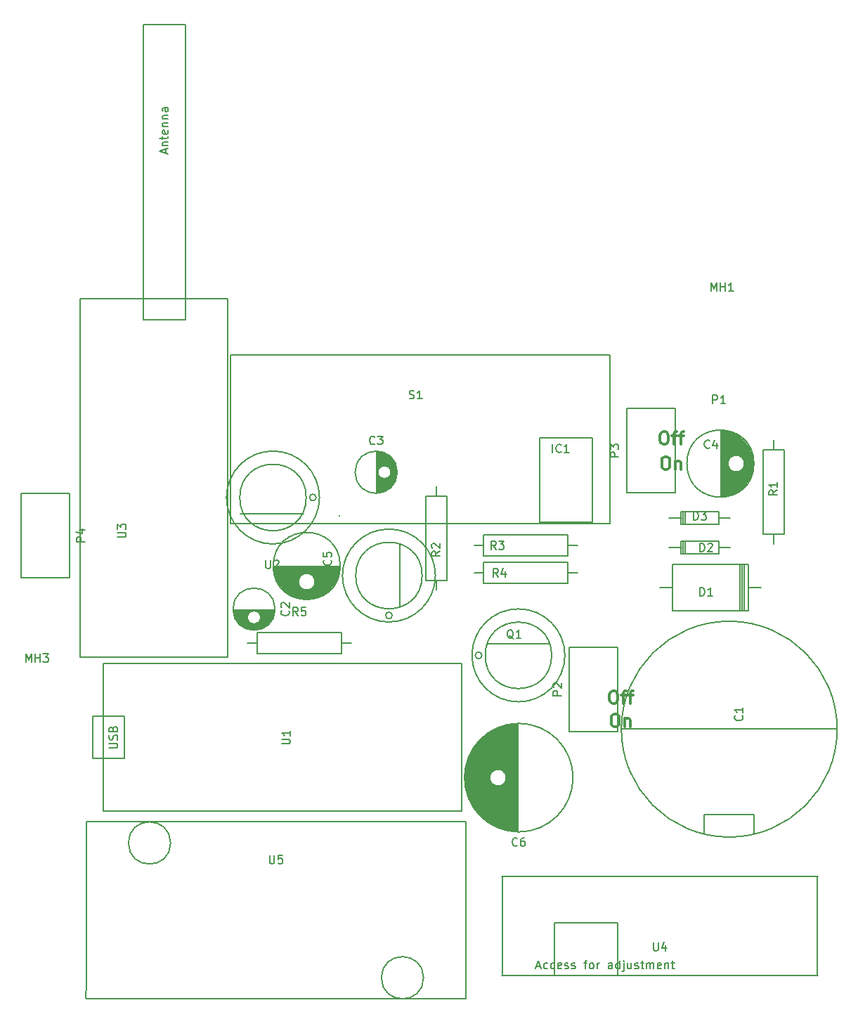
<source format=gto>
G04 #@! TF.FileFunction,Legend,Top*
%FSLAX46Y46*%
G04 Gerber Fmt 4.6, Leading zero omitted, Abs format (unit mm)*
G04 Created by KiCad (PCBNEW 4.0.4+dfsg1-stable) date Thu Jan 19 16:13:54 2017*
%MOMM*%
%LPD*%
G01*
G04 APERTURE LIST*
%ADD10C,0.200000*%
%ADD11C,0.300000*%
%ADD12C,0.150000*%
G04 APERTURE END LIST*
D10*
X71000000Y-55300000D02*
X71000000Y-55200000D01*
X59082000Y-55046000D02*
X66682000Y-55046000D01*
D11*
X110178571Y-48178571D02*
X110464285Y-48178571D01*
X110607143Y-48250000D01*
X110750000Y-48392857D01*
X110821428Y-48678571D01*
X110821428Y-49178571D01*
X110750000Y-49464286D01*
X110607143Y-49607143D01*
X110464285Y-49678571D01*
X110178571Y-49678571D01*
X110035714Y-49607143D01*
X109892857Y-49464286D01*
X109821428Y-49178571D01*
X109821428Y-48678571D01*
X109892857Y-48392857D01*
X110035714Y-48250000D01*
X110178571Y-48178571D01*
X111464286Y-48678571D02*
X111464286Y-49678571D01*
X111464286Y-48821429D02*
X111535714Y-48750000D01*
X111678572Y-48678571D01*
X111892857Y-48678571D01*
X112035714Y-48750000D01*
X112107143Y-48892857D01*
X112107143Y-49678571D01*
X110000000Y-45178571D02*
X110285714Y-45178571D01*
X110428572Y-45250000D01*
X110571429Y-45392857D01*
X110642857Y-45678571D01*
X110642857Y-46178571D01*
X110571429Y-46464286D01*
X110428572Y-46607143D01*
X110285714Y-46678571D01*
X110000000Y-46678571D01*
X109857143Y-46607143D01*
X109714286Y-46464286D01*
X109642857Y-46178571D01*
X109642857Y-45678571D01*
X109714286Y-45392857D01*
X109857143Y-45250000D01*
X110000000Y-45178571D01*
X111071429Y-45678571D02*
X111642858Y-45678571D01*
X111285715Y-46678571D02*
X111285715Y-45392857D01*
X111357143Y-45250000D01*
X111500001Y-45178571D01*
X111642858Y-45178571D01*
X111928572Y-45678571D02*
X112500001Y-45678571D01*
X112142858Y-46678571D02*
X112142858Y-45392857D01*
X112214286Y-45250000D01*
X112357144Y-45178571D01*
X112500001Y-45178571D01*
X104080571Y-79188571D02*
X104366285Y-79188571D01*
X104509143Y-79260000D01*
X104652000Y-79402857D01*
X104723428Y-79688571D01*
X104723428Y-80188571D01*
X104652000Y-80474286D01*
X104509143Y-80617143D01*
X104366285Y-80688571D01*
X104080571Y-80688571D01*
X103937714Y-80617143D01*
X103794857Y-80474286D01*
X103723428Y-80188571D01*
X103723428Y-79688571D01*
X103794857Y-79402857D01*
X103937714Y-79260000D01*
X104080571Y-79188571D01*
X105366286Y-79688571D02*
X105366286Y-80688571D01*
X105366286Y-79831429D02*
X105437714Y-79760000D01*
X105580572Y-79688571D01*
X105794857Y-79688571D01*
X105937714Y-79760000D01*
X106009143Y-79902857D01*
X106009143Y-80688571D01*
X103902000Y-76394571D02*
X104187714Y-76394571D01*
X104330572Y-76466000D01*
X104473429Y-76608857D01*
X104544857Y-76894571D01*
X104544857Y-77394571D01*
X104473429Y-77680286D01*
X104330572Y-77823143D01*
X104187714Y-77894571D01*
X103902000Y-77894571D01*
X103759143Y-77823143D01*
X103616286Y-77680286D01*
X103544857Y-77394571D01*
X103544857Y-76894571D01*
X103616286Y-76608857D01*
X103759143Y-76466000D01*
X103902000Y-76394571D01*
X104973429Y-76894571D02*
X105544858Y-76894571D01*
X105187715Y-77894571D02*
X105187715Y-76608857D01*
X105259143Y-76466000D01*
X105402001Y-76394571D01*
X105544858Y-76394571D01*
X105830572Y-76894571D02*
X106402001Y-76894571D01*
X106044858Y-77894571D02*
X106044858Y-76608857D01*
X106116286Y-76466000D01*
X106259144Y-76394571D01*
X106402001Y-76394571D01*
D12*
X47352000Y3844000D02*
X47352000Y-31716000D01*
X47352000Y-31716000D02*
X52432000Y-31716000D01*
X52432000Y-31716000D02*
X52432000Y3844000D01*
X52432000Y3844000D02*
X47352000Y3844000D01*
X57512000Y-72356000D02*
X39732000Y-72356000D01*
X39732000Y-72356000D02*
X39732000Y-29176000D01*
X39732000Y-29176000D02*
X57512000Y-29176000D01*
X57512000Y-29176000D02*
X57512000Y-72356000D01*
X63205000Y-66607000D02*
X58207000Y-66607000D01*
X63197000Y-66747000D02*
X60860000Y-66747000D01*
X60552000Y-66747000D02*
X58215000Y-66747000D01*
X63181000Y-66887000D02*
X61179000Y-66887000D01*
X60233000Y-66887000D02*
X58231000Y-66887000D01*
X63157000Y-67027000D02*
X61326000Y-67027000D01*
X60086000Y-67027000D02*
X58255000Y-67027000D01*
X63124000Y-67167000D02*
X61418000Y-67167000D01*
X59994000Y-67167000D02*
X58288000Y-67167000D01*
X63083000Y-67307000D02*
X61474000Y-67307000D01*
X59938000Y-67307000D02*
X58329000Y-67307000D01*
X63033000Y-67447000D02*
X61501000Y-67447000D01*
X59911000Y-67447000D02*
X58379000Y-67447000D01*
X62972000Y-67587000D02*
X61504000Y-67587000D01*
X59908000Y-67587000D02*
X58440000Y-67587000D01*
X62902000Y-67727000D02*
X61482000Y-67727000D01*
X59930000Y-67727000D02*
X58510000Y-67727000D01*
X62820000Y-67867000D02*
X61432000Y-67867000D01*
X59980000Y-67867000D02*
X58592000Y-67867000D01*
X62725000Y-68007000D02*
X61350000Y-68007000D01*
X60062000Y-68007000D02*
X58687000Y-68007000D01*
X62614000Y-68147000D02*
X61218000Y-68147000D01*
X60194000Y-68147000D02*
X58798000Y-68147000D01*
X62486000Y-68287000D02*
X60971000Y-68287000D01*
X60441000Y-68287000D02*
X58926000Y-68287000D01*
X62337000Y-68427000D02*
X59075000Y-68427000D01*
X62158000Y-68567000D02*
X59254000Y-68567000D01*
X61939000Y-68707000D02*
X59473000Y-68707000D01*
X61650000Y-68847000D02*
X59762000Y-68847000D01*
X61178000Y-68987000D02*
X60234000Y-68987000D01*
X61506000Y-67532000D02*
G75*
G03X61506000Y-67532000I-800000J0D01*
G01*
X63243500Y-66532000D02*
G75*
G03X63243500Y-66532000I-2537500J0D01*
G01*
X75497000Y-47539000D02*
X75497000Y-52537000D01*
X75637000Y-47547000D02*
X75637000Y-49884000D01*
X75637000Y-50192000D02*
X75637000Y-52529000D01*
X75777000Y-47563000D02*
X75777000Y-49565000D01*
X75777000Y-50511000D02*
X75777000Y-52513000D01*
X75917000Y-47587000D02*
X75917000Y-49418000D01*
X75917000Y-50658000D02*
X75917000Y-52489000D01*
X76057000Y-47620000D02*
X76057000Y-49326000D01*
X76057000Y-50750000D02*
X76057000Y-52456000D01*
X76197000Y-47661000D02*
X76197000Y-49270000D01*
X76197000Y-50806000D02*
X76197000Y-52415000D01*
X76337000Y-47711000D02*
X76337000Y-49243000D01*
X76337000Y-50833000D02*
X76337000Y-52365000D01*
X76477000Y-47772000D02*
X76477000Y-49240000D01*
X76477000Y-50836000D02*
X76477000Y-52304000D01*
X76617000Y-47842000D02*
X76617000Y-49262000D01*
X76617000Y-50814000D02*
X76617000Y-52234000D01*
X76757000Y-47924000D02*
X76757000Y-49312000D01*
X76757000Y-50764000D02*
X76757000Y-52152000D01*
X76897000Y-48019000D02*
X76897000Y-49394000D01*
X76897000Y-50682000D02*
X76897000Y-52057000D01*
X77037000Y-48130000D02*
X77037000Y-49526000D01*
X77037000Y-50550000D02*
X77037000Y-51946000D01*
X77177000Y-48258000D02*
X77177000Y-49773000D01*
X77177000Y-50303000D02*
X77177000Y-51818000D01*
X77317000Y-48407000D02*
X77317000Y-51669000D01*
X77457000Y-48586000D02*
X77457000Y-51490000D01*
X77597000Y-48805000D02*
X77597000Y-51271000D01*
X77737000Y-49094000D02*
X77737000Y-50982000D01*
X77877000Y-49566000D02*
X77877000Y-50510000D01*
X77222000Y-50038000D02*
G75*
G03X77222000Y-50038000I-800000J0D01*
G01*
X77959500Y-50038000D02*
G75*
G03X77959500Y-50038000I-2537500J0D01*
G01*
X116975000Y-45001000D02*
X116975000Y-52999000D01*
X117115000Y-45006000D02*
X117115000Y-52994000D01*
X117255000Y-45016000D02*
X117255000Y-52984000D01*
X117395000Y-45031000D02*
X117395000Y-52969000D01*
X117535000Y-45051000D02*
X117535000Y-52949000D01*
X117675000Y-45076000D02*
X117675000Y-52924000D01*
X117815000Y-45106000D02*
X117815000Y-48827000D01*
X117815000Y-49173000D02*
X117815000Y-52894000D01*
X117955000Y-45142000D02*
X117955000Y-48465000D01*
X117955000Y-49535000D02*
X117955000Y-52858000D01*
X118095000Y-45183000D02*
X118095000Y-48291000D01*
X118095000Y-49709000D02*
X118095000Y-52817000D01*
X118235000Y-45229000D02*
X118235000Y-48175000D01*
X118235000Y-49825000D02*
X118235000Y-52771000D01*
X118375000Y-45282000D02*
X118375000Y-48095000D01*
X118375000Y-49905000D02*
X118375000Y-52718000D01*
X118515000Y-45341000D02*
X118515000Y-48041000D01*
X118515000Y-49959000D02*
X118515000Y-52659000D01*
X118655000Y-45406000D02*
X118655000Y-48011000D01*
X118655000Y-49989000D02*
X118655000Y-52594000D01*
X118795000Y-45477000D02*
X118795000Y-48000000D01*
X118795000Y-50000000D02*
X118795000Y-52523000D01*
X118935000Y-45556000D02*
X118935000Y-48009000D01*
X118935000Y-49991000D02*
X118935000Y-52444000D01*
X119075000Y-45643000D02*
X119075000Y-48039000D01*
X119075000Y-49961000D02*
X119075000Y-52357000D01*
X119215000Y-45738000D02*
X119215000Y-48090000D01*
X119215000Y-49910000D02*
X119215000Y-52262000D01*
X119355000Y-45842000D02*
X119355000Y-48168000D01*
X119355000Y-49832000D02*
X119355000Y-52158000D01*
X119495000Y-45956000D02*
X119495000Y-48281000D01*
X119495000Y-49719000D02*
X119495000Y-52044000D01*
X119635000Y-46081000D02*
X119635000Y-48450000D01*
X119635000Y-49550000D02*
X119635000Y-51919000D01*
X119775000Y-46219000D02*
X119775000Y-48778000D01*
X119775000Y-49222000D02*
X119775000Y-51781000D01*
X119915000Y-46371000D02*
X119915000Y-51629000D01*
X120055000Y-46541000D02*
X120055000Y-51459000D01*
X120195000Y-46732000D02*
X120195000Y-51268000D01*
X120335000Y-46950000D02*
X120335000Y-51050000D01*
X120475000Y-47206000D02*
X120475000Y-50794000D01*
X120615000Y-47517000D02*
X120615000Y-50483000D01*
X120755000Y-47933000D02*
X120755000Y-50067000D01*
X120895000Y-48800000D02*
X120895000Y-49200000D01*
X119800000Y-49000000D02*
G75*
G03X119800000Y-49000000I-1000000J0D01*
G01*
X120937500Y-49000000D02*
G75*
G03X120937500Y-49000000I-4037500J0D01*
G01*
X92529000Y-93334000D02*
X92529000Y-80334000D01*
X92389000Y-93330000D02*
X92389000Y-80338000D01*
X92249000Y-93324000D02*
X92249000Y-80344000D01*
X92109000Y-93315000D02*
X92109000Y-80353000D01*
X91969000Y-93303000D02*
X91969000Y-80365000D01*
X91829000Y-93288000D02*
X91829000Y-80380000D01*
X91689000Y-93269000D02*
X91689000Y-80399000D01*
X91549000Y-93248000D02*
X91549000Y-80420000D01*
X91409000Y-93223000D02*
X91409000Y-80445000D01*
X91269000Y-93195000D02*
X91269000Y-80473000D01*
X91129000Y-93164000D02*
X91129000Y-80504000D01*
X90989000Y-93130000D02*
X90989000Y-87300000D01*
X90989000Y-86368000D02*
X90989000Y-80538000D01*
X90849000Y-93093000D02*
X90849000Y-87501000D01*
X90849000Y-86167000D02*
X90849000Y-80575000D01*
X90709000Y-93052000D02*
X90709000Y-87630000D01*
X90709000Y-86038000D02*
X90709000Y-80616000D01*
X90569000Y-93007000D02*
X90569000Y-87719000D01*
X90569000Y-85949000D02*
X90569000Y-80661000D01*
X90429000Y-92959000D02*
X90429000Y-87780000D01*
X90429000Y-85888000D02*
X90429000Y-80709000D01*
X90289000Y-92908000D02*
X90289000Y-87817000D01*
X90289000Y-85851000D02*
X90289000Y-80760000D01*
X90149000Y-92853000D02*
X90149000Y-87833000D01*
X90149000Y-85835000D02*
X90149000Y-80815000D01*
X90009000Y-92794000D02*
X90009000Y-87829000D01*
X90009000Y-85839000D02*
X90009000Y-80874000D01*
X89869000Y-92731000D02*
X89869000Y-87806000D01*
X89869000Y-85862000D02*
X89869000Y-80937000D01*
X89729000Y-92664000D02*
X89729000Y-87761000D01*
X89729000Y-85907000D02*
X89729000Y-81004000D01*
X89589000Y-92592000D02*
X89589000Y-87691000D01*
X89589000Y-85977000D02*
X89589000Y-81076000D01*
X89449000Y-92517000D02*
X89449000Y-87590000D01*
X89449000Y-86078000D02*
X89449000Y-81151000D01*
X89309000Y-92437000D02*
X89309000Y-87441000D01*
X89309000Y-86227000D02*
X89309000Y-81231000D01*
X89169000Y-92352000D02*
X89169000Y-87189000D01*
X89169000Y-86479000D02*
X89169000Y-81316000D01*
X89029000Y-92263000D02*
X89029000Y-81405000D01*
X88889000Y-92168000D02*
X88889000Y-81500000D01*
X88749000Y-92067000D02*
X88749000Y-81601000D01*
X88609000Y-91961000D02*
X88609000Y-81707000D01*
X88469000Y-91849000D02*
X88469000Y-81819000D01*
X88329000Y-91730000D02*
X88329000Y-81938000D01*
X88189000Y-91605000D02*
X88189000Y-82063000D01*
X88049000Y-91471000D02*
X88049000Y-82197000D01*
X87909000Y-91329000D02*
X87909000Y-82339000D01*
X87769000Y-91178000D02*
X87769000Y-82490000D01*
X87629000Y-91017000D02*
X87629000Y-82651000D01*
X87489000Y-90845000D02*
X87489000Y-82823000D01*
X87349000Y-90660000D02*
X87349000Y-83008000D01*
X87209000Y-90459000D02*
X87209000Y-83209000D01*
X87069000Y-90242000D02*
X87069000Y-83426000D01*
X86929000Y-90003000D02*
X86929000Y-83665000D01*
X86789000Y-89738000D02*
X86789000Y-83930000D01*
X86649000Y-89439000D02*
X86649000Y-84229000D01*
X86509000Y-89093000D02*
X86509000Y-84575000D01*
X86369000Y-88671000D02*
X86369000Y-84997000D01*
X86229000Y-88103000D02*
X86229000Y-85565000D01*
X91104000Y-86834000D02*
G75*
G03X91104000Y-86834000I-1000000J0D01*
G01*
X99141500Y-86834000D02*
G75*
G03X99141500Y-86834000I-6537500J0D01*
G01*
X111104780Y-63976960D02*
X109580780Y-63976960D01*
X120248780Y-63976960D02*
X121772780Y-63976960D01*
X119232780Y-66770960D02*
X119232780Y-61182960D01*
X119486780Y-66770960D02*
X119486780Y-61182960D01*
X119740780Y-66770960D02*
X119740780Y-61182960D01*
X120248780Y-61182960D02*
X120248780Y-66770960D01*
X120248780Y-66770960D02*
X111104780Y-66770960D01*
X111104780Y-66770960D02*
X111104780Y-61182960D01*
X111104780Y-61182960D02*
X120248780Y-61182960D01*
X116694520Y-59145460D02*
X118091520Y-59145460D01*
X112249520Y-59145460D02*
X110725520Y-59145460D01*
X112630520Y-58383460D02*
X112630520Y-59907460D01*
X112376520Y-58383460D02*
X112376520Y-59907460D01*
X112122520Y-59145460D02*
X112122520Y-59907460D01*
X112122520Y-59907460D02*
X116694520Y-59907460D01*
X116694520Y-59907460D02*
X116694520Y-58383460D01*
X116694520Y-58383460D02*
X112122520Y-58383460D01*
X112122520Y-58383460D02*
X112122520Y-59145460D01*
X116694520Y-55589460D02*
X118091520Y-55589460D01*
X112249520Y-55589460D02*
X110725520Y-55589460D01*
X112630520Y-54827460D02*
X112630520Y-56351460D01*
X112376520Y-54827460D02*
X112376520Y-56351460D01*
X112122520Y-55589460D02*
X112122520Y-56351460D01*
X112122520Y-56351460D02*
X116694520Y-56351460D01*
X116694520Y-56351460D02*
X116694520Y-54827460D01*
X116694520Y-54827460D02*
X112122520Y-54827460D01*
X112122520Y-54827460D02*
X112122520Y-55589460D01*
X95104000Y-45940000D02*
X101454000Y-45940000D01*
X101454000Y-45940000D02*
X101454000Y-56100000D01*
X101454000Y-56100000D02*
X95104000Y-56100000D01*
X95104000Y-56100000D02*
X95104000Y-45940000D01*
X124568000Y-47344000D02*
X122028000Y-47344000D01*
X122028000Y-47344000D02*
X122028000Y-57504000D01*
X122028000Y-57504000D02*
X124568000Y-57504000D01*
X124568000Y-57504000D02*
X124568000Y-47344000D01*
X123298000Y-58654000D02*
X123298000Y-57504000D01*
X123298000Y-46194000D02*
X123298000Y-47344000D01*
X81388000Y-63078000D02*
X83928000Y-63078000D01*
X83928000Y-63078000D02*
X83928000Y-52918000D01*
X83928000Y-52918000D02*
X81388000Y-52918000D01*
X81388000Y-52918000D02*
X81388000Y-63078000D01*
X82658000Y-51768000D02*
X82658000Y-52918000D01*
X82658000Y-64228000D02*
X82658000Y-63078000D01*
X88380000Y-57624000D02*
X88380000Y-60164000D01*
X88380000Y-60164000D02*
X98540000Y-60164000D01*
X98540000Y-60164000D02*
X98540000Y-57624000D01*
X98540000Y-57624000D02*
X88380000Y-57624000D01*
X99690000Y-58894000D02*
X98540000Y-58894000D01*
X87230000Y-58894000D02*
X88380000Y-58894000D01*
X98526000Y-63466000D02*
X98526000Y-60926000D01*
X98526000Y-60926000D02*
X88366000Y-60926000D01*
X88366000Y-60926000D02*
X88366000Y-63466000D01*
X88366000Y-63466000D02*
X98526000Y-63466000D01*
X87216000Y-62196000D02*
X88366000Y-62196000D01*
X99676000Y-62196000D02*
X98526000Y-62196000D01*
X57840000Y-56240000D02*
X57840000Y-35920000D01*
X57840000Y-35920000D02*
X103560000Y-35920000D01*
X103560000Y-35920000D02*
X103560000Y-56240000D01*
X103560000Y-56240000D02*
X57840000Y-56240000D01*
X41256000Y-84548000D02*
X45066000Y-84548000D01*
X45066000Y-84548000D02*
X45066000Y-79468000D01*
X45066000Y-79468000D02*
X41256000Y-79468000D01*
X41256000Y-79468000D02*
X41256000Y-84548000D01*
X85706000Y-90898000D02*
X85706000Y-73118000D01*
X85706000Y-73118000D02*
X42526000Y-73118000D01*
X42526000Y-73118000D02*
X42526000Y-90898000D01*
X42526000Y-90898000D02*
X85706000Y-90898000D01*
X71055000Y-61411000D02*
X63057000Y-61411000D01*
X71050000Y-61551000D02*
X63062000Y-61551000D01*
X71040000Y-61691000D02*
X63072000Y-61691000D01*
X71025000Y-61831000D02*
X63087000Y-61831000D01*
X71005000Y-61971000D02*
X63107000Y-61971000D01*
X70980000Y-62111000D02*
X63132000Y-62111000D01*
X70950000Y-62251000D02*
X67229000Y-62251000D01*
X66883000Y-62251000D02*
X63162000Y-62251000D01*
X70914000Y-62391000D02*
X67591000Y-62391000D01*
X66521000Y-62391000D02*
X63198000Y-62391000D01*
X70873000Y-62531000D02*
X67765000Y-62531000D01*
X66347000Y-62531000D02*
X63239000Y-62531000D01*
X70827000Y-62671000D02*
X67881000Y-62671000D01*
X66231000Y-62671000D02*
X63285000Y-62671000D01*
X70774000Y-62811000D02*
X67961000Y-62811000D01*
X66151000Y-62811000D02*
X63338000Y-62811000D01*
X70715000Y-62951000D02*
X68015000Y-62951000D01*
X66097000Y-62951000D02*
X63397000Y-62951000D01*
X70650000Y-63091000D02*
X68045000Y-63091000D01*
X66067000Y-63091000D02*
X63462000Y-63091000D01*
X70579000Y-63231000D02*
X68056000Y-63231000D01*
X66056000Y-63231000D02*
X63533000Y-63231000D01*
X70500000Y-63371000D02*
X68047000Y-63371000D01*
X66065000Y-63371000D02*
X63612000Y-63371000D01*
X70413000Y-63511000D02*
X68017000Y-63511000D01*
X66095000Y-63511000D02*
X63699000Y-63511000D01*
X70318000Y-63651000D02*
X67966000Y-63651000D01*
X66146000Y-63651000D02*
X63794000Y-63651000D01*
X70214000Y-63791000D02*
X67888000Y-63791000D01*
X66224000Y-63791000D02*
X63898000Y-63791000D01*
X70100000Y-63931000D02*
X67775000Y-63931000D01*
X66337000Y-63931000D02*
X64012000Y-63931000D01*
X69975000Y-64071000D02*
X67606000Y-64071000D01*
X66506000Y-64071000D02*
X64137000Y-64071000D01*
X69837000Y-64211000D02*
X67278000Y-64211000D01*
X66834000Y-64211000D02*
X64275000Y-64211000D01*
X69685000Y-64351000D02*
X64427000Y-64351000D01*
X69515000Y-64491000D02*
X64597000Y-64491000D01*
X69324000Y-64631000D02*
X64788000Y-64631000D01*
X69106000Y-64771000D02*
X65006000Y-64771000D01*
X68850000Y-64911000D02*
X65262000Y-64911000D01*
X68539000Y-65051000D02*
X65573000Y-65051000D01*
X68123000Y-65191000D02*
X65989000Y-65191000D01*
X67256000Y-65331000D02*
X66856000Y-65331000D01*
X68056000Y-63236000D02*
G75*
G03X68056000Y-63236000I-1000000J0D01*
G01*
X71093500Y-61336000D02*
G75*
G03X71093500Y-61336000I-4037500J0D01*
G01*
X104521000Y-71120000D02*
X104521000Y-81280000D01*
X98679000Y-81280000D02*
X98679000Y-71120000D01*
X98679000Y-71120000D02*
X104521000Y-71120000D01*
X98679000Y-81280000D02*
X104521000Y-81280000D01*
X111429000Y-42380000D02*
X111429000Y-52540000D01*
X105587000Y-52540000D02*
X105587000Y-42380000D01*
X105587000Y-42380000D02*
X111429000Y-42380000D01*
X105587000Y-52540000D02*
X111429000Y-52540000D01*
X68192000Y-53086000D02*
G75*
G03X68192000Y-53086000I-400000J0D01*
G01*
X66992000Y-53086000D02*
G75*
G03X66992000Y-53086000I-4000000J0D01*
G01*
X68592000Y-53086000D02*
G75*
G03X68592000Y-53086000I-5600000J0D01*
G01*
X88754000Y-70732000D02*
X96374000Y-70732000D01*
X88164000Y-72102000D02*
G75*
G03X88164000Y-72102000I-400000J0D01*
G01*
X96564000Y-72102000D02*
G75*
G03X96564000Y-72102000I-4000000J0D01*
G01*
X98164000Y-72102000D02*
G75*
G03X98164000Y-72102000I-5600000J0D01*
G01*
X114964000Y-93692000D02*
X114964000Y-91292000D01*
X114964000Y-91292000D02*
X120964000Y-91292000D01*
X120964000Y-91292000D02*
X120964000Y-93692000D01*
X104964000Y-80992000D02*
X105264000Y-80992000D01*
X105264000Y-80992000D02*
X105364000Y-80992000D01*
X130964000Y-80992000D02*
X105064000Y-80992000D01*
X130964000Y-80992000D02*
G75*
G03X130964000Y-80992000I-13000000J0D01*
G01*
X86254000Y-113500000D02*
X86254000Y-112500000D01*
X40454000Y-112500000D02*
X40454000Y-113400000D01*
X50654000Y-94700000D02*
G75*
G03X50654000Y-94700000I-2540000J0D01*
G01*
X81134000Y-110940000D02*
G75*
G03X81134000Y-110940000I-2540000J0D01*
G01*
X86214000Y-113480000D02*
X40494000Y-113480000D01*
X40494000Y-112480000D02*
X40494000Y-92160000D01*
X40494000Y-92160000D02*
X86214000Y-92160000D01*
X86214000Y-92160000D02*
X86214000Y-112480000D01*
X90600000Y-98700000D02*
X90600000Y-110600000D01*
X128600000Y-98700000D02*
X128600000Y-110700000D01*
X96900000Y-104340000D02*
X104520000Y-104340000D01*
X104520000Y-104340000D02*
X104520000Y-110690000D01*
X96900000Y-110690000D02*
X96900000Y-104340000D01*
X128650000Y-110690000D02*
X90550000Y-110690000D01*
X90550000Y-98710000D02*
X128650000Y-98710000D01*
X32639000Y-62738000D02*
X32639000Y-52578000D01*
X38481000Y-52578000D02*
X38481000Y-62738000D01*
X38481000Y-62738000D02*
X32639000Y-62738000D01*
X38481000Y-52578000D02*
X32639000Y-52578000D01*
X78262000Y-66284000D02*
X78262000Y-58684000D01*
X78262000Y-58684000D02*
X78162000Y-58684000D01*
X77362000Y-67284000D02*
G75*
G03X77362000Y-67284000I-400000J0D01*
G01*
X80962000Y-62484000D02*
G75*
G03X80962000Y-62484000I-4000000J0D01*
G01*
X82562000Y-62484000D02*
G75*
G03X82562000Y-62484000I-5600000J0D01*
G01*
X61094000Y-69342000D02*
X61094000Y-71882000D01*
X61094000Y-71882000D02*
X71254000Y-71882000D01*
X71254000Y-71882000D02*
X71254000Y-69342000D01*
X71254000Y-69342000D02*
X61094000Y-69342000D01*
X72404000Y-70612000D02*
X71254000Y-70612000D01*
X59944000Y-70612000D02*
X61094000Y-70612000D01*
X44264381Y-57877905D02*
X45073905Y-57877905D01*
X45169143Y-57830286D01*
X45216762Y-57782667D01*
X45264381Y-57687429D01*
X45264381Y-57496952D01*
X45216762Y-57401714D01*
X45169143Y-57354095D01*
X45073905Y-57306476D01*
X44264381Y-57306476D01*
X44264381Y-56925524D02*
X44264381Y-56306476D01*
X44645333Y-56639810D01*
X44645333Y-56496952D01*
X44692952Y-56401714D01*
X44740571Y-56354095D01*
X44835810Y-56306476D01*
X45073905Y-56306476D01*
X45169143Y-56354095D01*
X45216762Y-56401714D01*
X45264381Y-56496952D01*
X45264381Y-56782667D01*
X45216762Y-56877905D01*
X45169143Y-56925524D01*
X50058667Y-11617905D02*
X50058667Y-11141714D01*
X50344381Y-11713143D02*
X49344381Y-11379810D01*
X50344381Y-11046476D01*
X49677714Y-10713143D02*
X50344381Y-10713143D01*
X49772952Y-10713143D02*
X49725333Y-10665524D01*
X49677714Y-10570286D01*
X49677714Y-10427428D01*
X49725333Y-10332190D01*
X49820571Y-10284571D01*
X50344381Y-10284571D01*
X49677714Y-9951238D02*
X49677714Y-9570286D01*
X49344381Y-9808381D02*
X50201524Y-9808381D01*
X50296762Y-9760762D01*
X50344381Y-9665524D01*
X50344381Y-9570286D01*
X50296762Y-8855999D02*
X50344381Y-8951237D01*
X50344381Y-9141714D01*
X50296762Y-9236952D01*
X50201524Y-9284571D01*
X49820571Y-9284571D01*
X49725333Y-9236952D01*
X49677714Y-9141714D01*
X49677714Y-8951237D01*
X49725333Y-8855999D01*
X49820571Y-8808380D01*
X49915810Y-8808380D01*
X50011048Y-9284571D01*
X49677714Y-8379809D02*
X50344381Y-8379809D01*
X49772952Y-8379809D02*
X49725333Y-8332190D01*
X49677714Y-8236952D01*
X49677714Y-8094094D01*
X49725333Y-7998856D01*
X49820571Y-7951237D01*
X50344381Y-7951237D01*
X49677714Y-7475047D02*
X50344381Y-7475047D01*
X49772952Y-7475047D02*
X49725333Y-7427428D01*
X49677714Y-7332190D01*
X49677714Y-7189332D01*
X49725333Y-7094094D01*
X49820571Y-7046475D01*
X50344381Y-7046475D01*
X50344381Y-6141713D02*
X49820571Y-6141713D01*
X49725333Y-6189332D01*
X49677714Y-6284570D01*
X49677714Y-6475047D01*
X49725333Y-6570285D01*
X50296762Y-6141713D02*
X50344381Y-6236951D01*
X50344381Y-6475047D01*
X50296762Y-6570285D01*
X50201524Y-6617904D01*
X50106286Y-6617904D01*
X50011048Y-6570285D01*
X49963429Y-6475047D01*
X49963429Y-6236951D01*
X49915810Y-6141713D01*
X64863143Y-66698666D02*
X64910762Y-66746285D01*
X64958381Y-66889142D01*
X64958381Y-66984380D01*
X64910762Y-67127238D01*
X64815524Y-67222476D01*
X64720286Y-67270095D01*
X64529810Y-67317714D01*
X64386952Y-67317714D01*
X64196476Y-67270095D01*
X64101238Y-67222476D01*
X64006000Y-67127238D01*
X63958381Y-66984380D01*
X63958381Y-66889142D01*
X64006000Y-66746285D01*
X64053619Y-66698666D01*
X64053619Y-66317714D02*
X64006000Y-66270095D01*
X63958381Y-66174857D01*
X63958381Y-65936761D01*
X64006000Y-65841523D01*
X64053619Y-65793904D01*
X64148857Y-65746285D01*
X64244095Y-65746285D01*
X64386952Y-65793904D01*
X64958381Y-66365333D01*
X64958381Y-65746285D01*
X75255334Y-46595143D02*
X75207715Y-46642762D01*
X75064858Y-46690381D01*
X74969620Y-46690381D01*
X74826762Y-46642762D01*
X74731524Y-46547524D01*
X74683905Y-46452286D01*
X74636286Y-46261810D01*
X74636286Y-46118952D01*
X74683905Y-45928476D01*
X74731524Y-45833238D01*
X74826762Y-45738000D01*
X74969620Y-45690381D01*
X75064858Y-45690381D01*
X75207715Y-45738000D01*
X75255334Y-45785619D01*
X75588667Y-45690381D02*
X76207715Y-45690381D01*
X75874381Y-46071333D01*
X76017239Y-46071333D01*
X76112477Y-46118952D01*
X76160096Y-46166571D01*
X76207715Y-46261810D01*
X76207715Y-46499905D01*
X76160096Y-46595143D01*
X76112477Y-46642762D01*
X76017239Y-46690381D01*
X75731524Y-46690381D01*
X75636286Y-46642762D01*
X75588667Y-46595143D01*
X115595334Y-47071143D02*
X115547715Y-47118762D01*
X115404858Y-47166381D01*
X115309620Y-47166381D01*
X115166762Y-47118762D01*
X115071524Y-47023524D01*
X115023905Y-46928286D01*
X114976286Y-46737810D01*
X114976286Y-46594952D01*
X115023905Y-46404476D01*
X115071524Y-46309238D01*
X115166762Y-46214000D01*
X115309620Y-46166381D01*
X115404858Y-46166381D01*
X115547715Y-46214000D01*
X115595334Y-46261619D01*
X116452477Y-46499714D02*
X116452477Y-47166381D01*
X116214381Y-46118762D02*
X115976286Y-46833048D01*
X116595334Y-46833048D01*
X92437334Y-94991143D02*
X92389715Y-95038762D01*
X92246858Y-95086381D01*
X92151620Y-95086381D01*
X92008762Y-95038762D01*
X91913524Y-94943524D01*
X91865905Y-94848286D01*
X91818286Y-94657810D01*
X91818286Y-94514952D01*
X91865905Y-94324476D01*
X91913524Y-94229238D01*
X92008762Y-94134000D01*
X92151620Y-94086381D01*
X92246858Y-94086381D01*
X92389715Y-94134000D01*
X92437334Y-94181619D01*
X93294477Y-94086381D02*
X93104000Y-94086381D01*
X93008762Y-94134000D01*
X92961143Y-94181619D01*
X92865905Y-94324476D01*
X92818286Y-94514952D01*
X92818286Y-94895905D01*
X92865905Y-94991143D01*
X92913524Y-95038762D01*
X93008762Y-95086381D01*
X93199239Y-95086381D01*
X93294477Y-95038762D01*
X93342096Y-94991143D01*
X93389715Y-94895905D01*
X93389715Y-94657810D01*
X93342096Y-94562571D01*
X93294477Y-94514952D01*
X93199239Y-94467333D01*
X93008762Y-94467333D01*
X92913524Y-94514952D01*
X92865905Y-94562571D01*
X92818286Y-94657810D01*
X114431905Y-64934381D02*
X114431905Y-63934381D01*
X114670000Y-63934381D01*
X114812858Y-63982000D01*
X114908096Y-64077238D01*
X114955715Y-64172476D01*
X115003334Y-64362952D01*
X115003334Y-64505810D01*
X114955715Y-64696286D01*
X114908096Y-64791524D01*
X114812858Y-64886762D01*
X114670000Y-64934381D01*
X114431905Y-64934381D01*
X115955715Y-64934381D02*
X115384286Y-64934381D01*
X115670000Y-64934381D02*
X115670000Y-63934381D01*
X115574762Y-64077238D01*
X115479524Y-64172476D01*
X115384286Y-64220095D01*
X114431905Y-59600381D02*
X114431905Y-58600381D01*
X114670000Y-58600381D01*
X114812858Y-58648000D01*
X114908096Y-58743238D01*
X114955715Y-58838476D01*
X115003334Y-59028952D01*
X115003334Y-59171810D01*
X114955715Y-59362286D01*
X114908096Y-59457524D01*
X114812858Y-59552762D01*
X114670000Y-59600381D01*
X114431905Y-59600381D01*
X115384286Y-58695619D02*
X115431905Y-58648000D01*
X115527143Y-58600381D01*
X115765239Y-58600381D01*
X115860477Y-58648000D01*
X115908096Y-58695619D01*
X115955715Y-58790857D01*
X115955715Y-58886095D01*
X115908096Y-59028952D01*
X115336667Y-59600381D01*
X115955715Y-59600381D01*
X113669905Y-55790381D02*
X113669905Y-54790381D01*
X113908000Y-54790381D01*
X114050858Y-54838000D01*
X114146096Y-54933238D01*
X114193715Y-55028476D01*
X114241334Y-55218952D01*
X114241334Y-55361810D01*
X114193715Y-55552286D01*
X114146096Y-55647524D01*
X114050858Y-55742762D01*
X113908000Y-55790381D01*
X113669905Y-55790381D01*
X114574667Y-54790381D02*
X115193715Y-54790381D01*
X114860381Y-55171333D01*
X115003239Y-55171333D01*
X115098477Y-55218952D01*
X115146096Y-55266571D01*
X115193715Y-55361810D01*
X115193715Y-55599905D01*
X115146096Y-55695143D01*
X115098477Y-55742762D01*
X115003239Y-55790381D01*
X114717524Y-55790381D01*
X114622286Y-55742762D01*
X114574667Y-55695143D01*
X96667810Y-47662381D02*
X96667810Y-46662381D01*
X97715429Y-47567143D02*
X97667810Y-47614762D01*
X97524953Y-47662381D01*
X97429715Y-47662381D01*
X97286857Y-47614762D01*
X97191619Y-47519524D01*
X97144000Y-47424286D01*
X97096381Y-47233810D01*
X97096381Y-47090952D01*
X97144000Y-46900476D01*
X97191619Y-46805238D01*
X97286857Y-46710000D01*
X97429715Y-46662381D01*
X97524953Y-46662381D01*
X97667810Y-46710000D01*
X97715429Y-46757619D01*
X98667810Y-47662381D02*
X98096381Y-47662381D01*
X98382095Y-47662381D02*
X98382095Y-46662381D01*
X98286857Y-46805238D01*
X98191619Y-46900476D01*
X98096381Y-46948095D01*
X115981305Y-41769581D02*
X115981305Y-40769581D01*
X116362258Y-40769581D01*
X116457496Y-40817200D01*
X116505115Y-40864819D01*
X116552734Y-40960057D01*
X116552734Y-41102914D01*
X116505115Y-41198152D01*
X116457496Y-41245771D01*
X116362258Y-41293390D01*
X115981305Y-41293390D01*
X117505115Y-41769581D02*
X116933686Y-41769581D01*
X117219400Y-41769581D02*
X117219400Y-40769581D01*
X117124162Y-40912438D01*
X117028924Y-41007676D01*
X116933686Y-41055295D01*
X123750381Y-52202666D02*
X123274190Y-52536000D01*
X123750381Y-52774095D02*
X122750381Y-52774095D01*
X122750381Y-52393142D01*
X122798000Y-52297904D01*
X122845619Y-52250285D01*
X122940857Y-52202666D01*
X123083714Y-52202666D01*
X123178952Y-52250285D01*
X123226571Y-52297904D01*
X123274190Y-52393142D01*
X123274190Y-52774095D01*
X123750381Y-51250285D02*
X123750381Y-51821714D01*
X123750381Y-51536000D02*
X122750381Y-51536000D01*
X122893238Y-51631238D01*
X122988476Y-51726476D01*
X123036095Y-51821714D01*
X83110381Y-59568666D02*
X82634190Y-59902000D01*
X83110381Y-60140095D02*
X82110381Y-60140095D01*
X82110381Y-59759142D01*
X82158000Y-59663904D01*
X82205619Y-59616285D01*
X82300857Y-59568666D01*
X82443714Y-59568666D01*
X82538952Y-59616285D01*
X82586571Y-59663904D01*
X82634190Y-59759142D01*
X82634190Y-60140095D01*
X82205619Y-59187714D02*
X82158000Y-59140095D01*
X82110381Y-59044857D01*
X82110381Y-58806761D01*
X82158000Y-58711523D01*
X82205619Y-58663904D01*
X82300857Y-58616285D01*
X82396095Y-58616285D01*
X82538952Y-58663904D01*
X83110381Y-59235333D01*
X83110381Y-58616285D01*
X89857334Y-59346381D02*
X89524000Y-58870190D01*
X89285905Y-59346381D02*
X89285905Y-58346381D01*
X89666858Y-58346381D01*
X89762096Y-58394000D01*
X89809715Y-58441619D01*
X89857334Y-58536857D01*
X89857334Y-58679714D01*
X89809715Y-58774952D01*
X89762096Y-58822571D01*
X89666858Y-58870190D01*
X89285905Y-58870190D01*
X90190667Y-58346381D02*
X90809715Y-58346381D01*
X90476381Y-58727333D01*
X90619239Y-58727333D01*
X90714477Y-58774952D01*
X90762096Y-58822571D01*
X90809715Y-58917810D01*
X90809715Y-59155905D01*
X90762096Y-59251143D01*
X90714477Y-59298762D01*
X90619239Y-59346381D01*
X90333524Y-59346381D01*
X90238286Y-59298762D01*
X90190667Y-59251143D01*
X90111334Y-62648381D02*
X89778000Y-62172190D01*
X89539905Y-62648381D02*
X89539905Y-61648381D01*
X89920858Y-61648381D01*
X90016096Y-61696000D01*
X90063715Y-61743619D01*
X90111334Y-61838857D01*
X90111334Y-61981714D01*
X90063715Y-62076952D01*
X90016096Y-62124571D01*
X89920858Y-62172190D01*
X89539905Y-62172190D01*
X90968477Y-61981714D02*
X90968477Y-62648381D01*
X90730381Y-61600762D02*
X90492286Y-62315048D01*
X91111334Y-62315048D01*
X79430095Y-41150762D02*
X79572952Y-41198381D01*
X79811048Y-41198381D01*
X79906286Y-41150762D01*
X79953905Y-41103143D01*
X80001524Y-41007905D01*
X80001524Y-40912667D01*
X79953905Y-40817429D01*
X79906286Y-40769810D01*
X79811048Y-40722190D01*
X79620571Y-40674571D01*
X79525333Y-40626952D01*
X79477714Y-40579333D01*
X79430095Y-40484095D01*
X79430095Y-40388857D01*
X79477714Y-40293619D01*
X79525333Y-40246000D01*
X79620571Y-40198381D01*
X79858667Y-40198381D01*
X80001524Y-40246000D01*
X80953905Y-41198381D02*
X80382476Y-41198381D01*
X80668190Y-41198381D02*
X80668190Y-40198381D01*
X80572952Y-40341238D01*
X80477714Y-40436476D01*
X80382476Y-40484095D01*
X64068381Y-82769905D02*
X64877905Y-82769905D01*
X64973143Y-82722286D01*
X65020762Y-82674667D01*
X65068381Y-82579429D01*
X65068381Y-82388952D01*
X65020762Y-82293714D01*
X64973143Y-82246095D01*
X64877905Y-82198476D01*
X64068381Y-82198476D01*
X65068381Y-81198476D02*
X65068381Y-81769905D01*
X65068381Y-81484191D02*
X64068381Y-81484191D01*
X64211238Y-81579429D01*
X64306476Y-81674667D01*
X64354095Y-81769905D01*
X43248381Y-83269905D02*
X44057905Y-83269905D01*
X44153143Y-83222286D01*
X44200762Y-83174667D01*
X44248381Y-83079429D01*
X44248381Y-82888952D01*
X44200762Y-82793714D01*
X44153143Y-82746095D01*
X44057905Y-82698476D01*
X43248381Y-82698476D01*
X44200762Y-82269905D02*
X44248381Y-82127048D01*
X44248381Y-81888952D01*
X44200762Y-81793714D01*
X44153143Y-81746095D01*
X44057905Y-81698476D01*
X43962667Y-81698476D01*
X43867429Y-81746095D01*
X43819810Y-81793714D01*
X43772190Y-81888952D01*
X43724571Y-82079429D01*
X43676952Y-82174667D01*
X43629333Y-82222286D01*
X43534095Y-82269905D01*
X43438857Y-82269905D01*
X43343619Y-82222286D01*
X43296000Y-82174667D01*
X43248381Y-82079429D01*
X43248381Y-81841333D01*
X43296000Y-81698476D01*
X43724571Y-80936571D02*
X43772190Y-80793714D01*
X43819810Y-80746095D01*
X43915048Y-80698476D01*
X44057905Y-80698476D01*
X44153143Y-80746095D01*
X44200762Y-80793714D01*
X44248381Y-80888952D01*
X44248381Y-81269905D01*
X43248381Y-81269905D01*
X43248381Y-80936571D01*
X43296000Y-80841333D01*
X43343619Y-80793714D01*
X43438857Y-80746095D01*
X43534095Y-80746095D01*
X43629333Y-80793714D01*
X43676952Y-80841333D01*
X43724571Y-80936571D01*
X43724571Y-81269905D01*
X69953143Y-60618666D02*
X70000762Y-60666285D01*
X70048381Y-60809142D01*
X70048381Y-60904380D01*
X70000762Y-61047238D01*
X69905524Y-61142476D01*
X69810286Y-61190095D01*
X69619810Y-61237714D01*
X69476952Y-61237714D01*
X69286476Y-61190095D01*
X69191238Y-61142476D01*
X69096000Y-61047238D01*
X69048381Y-60904380D01*
X69048381Y-60809142D01*
X69096000Y-60666285D01*
X69143619Y-60618666D01*
X69048381Y-59713904D02*
X69048381Y-60190095D01*
X69524571Y-60237714D01*
X69476952Y-60190095D01*
X69429333Y-60094857D01*
X69429333Y-59856761D01*
X69476952Y-59761523D01*
X69524571Y-59713904D01*
X69619810Y-59666285D01*
X69857905Y-59666285D01*
X69953143Y-59713904D01*
X70000762Y-59761523D01*
X70048381Y-59856761D01*
X70048381Y-60094857D01*
X70000762Y-60190095D01*
X69953143Y-60237714D01*
X97734381Y-76938095D02*
X96734381Y-76938095D01*
X96734381Y-76557142D01*
X96782000Y-76461904D01*
X96829619Y-76414285D01*
X96924857Y-76366666D01*
X97067714Y-76366666D01*
X97162952Y-76414285D01*
X97210571Y-76461904D01*
X97258190Y-76557142D01*
X97258190Y-76938095D01*
X96829619Y-75985714D02*
X96782000Y-75938095D01*
X96734381Y-75842857D01*
X96734381Y-75604761D01*
X96782000Y-75509523D01*
X96829619Y-75461904D01*
X96924857Y-75414285D01*
X97020095Y-75414285D01*
X97162952Y-75461904D01*
X97734381Y-76033333D01*
X97734381Y-75414285D01*
X104642381Y-48198095D02*
X103642381Y-48198095D01*
X103642381Y-47817142D01*
X103690000Y-47721904D01*
X103737619Y-47674285D01*
X103832857Y-47626666D01*
X103975714Y-47626666D01*
X104070952Y-47674285D01*
X104118571Y-47721904D01*
X104166190Y-47817142D01*
X104166190Y-48198095D01*
X103642381Y-47293333D02*
X103642381Y-46674285D01*
X104023333Y-47007619D01*
X104023333Y-46864761D01*
X104070952Y-46769523D01*
X104118571Y-46721904D01*
X104213810Y-46674285D01*
X104451905Y-46674285D01*
X104547143Y-46721904D01*
X104594762Y-46769523D01*
X104642381Y-46864761D01*
X104642381Y-47150476D01*
X104594762Y-47245714D01*
X104547143Y-47293333D01*
X62130095Y-60638381D02*
X62130095Y-61447905D01*
X62177714Y-61543143D01*
X62225333Y-61590762D01*
X62320571Y-61638381D01*
X62511048Y-61638381D01*
X62606286Y-61590762D01*
X62653905Y-61543143D01*
X62701524Y-61447905D01*
X62701524Y-60638381D01*
X63130095Y-60733619D02*
X63177714Y-60686000D01*
X63272952Y-60638381D01*
X63511048Y-60638381D01*
X63606286Y-60686000D01*
X63653905Y-60733619D01*
X63701524Y-60828857D01*
X63701524Y-60924095D01*
X63653905Y-61066952D01*
X63082476Y-61638381D01*
X63701524Y-61638381D01*
X91960762Y-70109619D02*
X91865524Y-70062000D01*
X91770286Y-69966762D01*
X91627429Y-69823905D01*
X91532190Y-69776286D01*
X91436952Y-69776286D01*
X91484571Y-70014381D02*
X91389333Y-69966762D01*
X91294095Y-69871524D01*
X91246476Y-69681048D01*
X91246476Y-69347714D01*
X91294095Y-69157238D01*
X91389333Y-69062000D01*
X91484571Y-69014381D01*
X91675048Y-69014381D01*
X91770286Y-69062000D01*
X91865524Y-69157238D01*
X91913143Y-69347714D01*
X91913143Y-69681048D01*
X91865524Y-69871524D01*
X91770286Y-69966762D01*
X91675048Y-70014381D01*
X91484571Y-70014381D01*
X92865524Y-70014381D02*
X92294095Y-70014381D01*
X92579809Y-70014381D02*
X92579809Y-69014381D01*
X92484571Y-69157238D01*
X92389333Y-69252476D01*
X92294095Y-69300095D01*
X119521143Y-79358666D02*
X119568762Y-79406285D01*
X119616381Y-79549142D01*
X119616381Y-79644380D01*
X119568762Y-79787238D01*
X119473524Y-79882476D01*
X119378286Y-79930095D01*
X119187810Y-79977714D01*
X119044952Y-79977714D01*
X118854476Y-79930095D01*
X118759238Y-79882476D01*
X118664000Y-79787238D01*
X118616381Y-79644380D01*
X118616381Y-79549142D01*
X118664000Y-79406285D01*
X118711619Y-79358666D01*
X119616381Y-78406285D02*
X119616381Y-78977714D01*
X119616381Y-78692000D02*
X118616381Y-78692000D01*
X118759238Y-78787238D01*
X118854476Y-78882476D01*
X118902095Y-78977714D01*
X62592095Y-96192381D02*
X62592095Y-97001905D01*
X62639714Y-97097143D01*
X62687333Y-97144762D01*
X62782571Y-97192381D01*
X62973048Y-97192381D01*
X63068286Y-97144762D01*
X63115905Y-97097143D01*
X63163524Y-97001905D01*
X63163524Y-96192381D01*
X64115905Y-96192381D02*
X63639714Y-96192381D01*
X63592095Y-96668571D01*
X63639714Y-96620952D01*
X63734952Y-96573333D01*
X63973048Y-96573333D01*
X64068286Y-96620952D01*
X64115905Y-96668571D01*
X64163524Y-96763810D01*
X64163524Y-97001905D01*
X64115905Y-97097143D01*
X64068286Y-97144762D01*
X63973048Y-97192381D01*
X63734952Y-97192381D01*
X63639714Y-97144762D01*
X63592095Y-97097143D01*
X108838095Y-106692381D02*
X108838095Y-107501905D01*
X108885714Y-107597143D01*
X108933333Y-107644762D01*
X109028571Y-107692381D01*
X109219048Y-107692381D01*
X109314286Y-107644762D01*
X109361905Y-107597143D01*
X109409524Y-107501905D01*
X109409524Y-106692381D01*
X110314286Y-107025714D02*
X110314286Y-107692381D01*
X110076190Y-106644762D02*
X109838095Y-107359048D01*
X110457143Y-107359048D01*
X94738094Y-109566667D02*
X95214285Y-109566667D01*
X94642856Y-109852381D02*
X94976189Y-108852381D01*
X95309523Y-109852381D01*
X96071428Y-109804762D02*
X95976190Y-109852381D01*
X95785713Y-109852381D01*
X95690475Y-109804762D01*
X95642856Y-109757143D01*
X95595237Y-109661905D01*
X95595237Y-109376190D01*
X95642856Y-109280952D01*
X95690475Y-109233333D01*
X95785713Y-109185714D01*
X95976190Y-109185714D01*
X96071428Y-109233333D01*
X96928571Y-109804762D02*
X96833333Y-109852381D01*
X96642856Y-109852381D01*
X96547618Y-109804762D01*
X96499999Y-109757143D01*
X96452380Y-109661905D01*
X96452380Y-109376190D01*
X96499999Y-109280952D01*
X96547618Y-109233333D01*
X96642856Y-109185714D01*
X96833333Y-109185714D01*
X96928571Y-109233333D01*
X97738095Y-109804762D02*
X97642857Y-109852381D01*
X97452380Y-109852381D01*
X97357142Y-109804762D01*
X97309523Y-109709524D01*
X97309523Y-109328571D01*
X97357142Y-109233333D01*
X97452380Y-109185714D01*
X97642857Y-109185714D01*
X97738095Y-109233333D01*
X97785714Y-109328571D01*
X97785714Y-109423810D01*
X97309523Y-109519048D01*
X98166666Y-109804762D02*
X98261904Y-109852381D01*
X98452380Y-109852381D01*
X98547619Y-109804762D01*
X98595238Y-109709524D01*
X98595238Y-109661905D01*
X98547619Y-109566667D01*
X98452380Y-109519048D01*
X98309523Y-109519048D01*
X98214285Y-109471429D01*
X98166666Y-109376190D01*
X98166666Y-109328571D01*
X98214285Y-109233333D01*
X98309523Y-109185714D01*
X98452380Y-109185714D01*
X98547619Y-109233333D01*
X98976190Y-109804762D02*
X99071428Y-109852381D01*
X99261904Y-109852381D01*
X99357143Y-109804762D01*
X99404762Y-109709524D01*
X99404762Y-109661905D01*
X99357143Y-109566667D01*
X99261904Y-109519048D01*
X99119047Y-109519048D01*
X99023809Y-109471429D01*
X98976190Y-109376190D01*
X98976190Y-109328571D01*
X99023809Y-109233333D01*
X99119047Y-109185714D01*
X99261904Y-109185714D01*
X99357143Y-109233333D01*
X100452381Y-109185714D02*
X100833333Y-109185714D01*
X100595238Y-109852381D02*
X100595238Y-108995238D01*
X100642857Y-108900000D01*
X100738095Y-108852381D01*
X100833333Y-108852381D01*
X101309524Y-109852381D02*
X101214286Y-109804762D01*
X101166667Y-109757143D01*
X101119048Y-109661905D01*
X101119048Y-109376190D01*
X101166667Y-109280952D01*
X101214286Y-109233333D01*
X101309524Y-109185714D01*
X101452382Y-109185714D01*
X101547620Y-109233333D01*
X101595239Y-109280952D01*
X101642858Y-109376190D01*
X101642858Y-109661905D01*
X101595239Y-109757143D01*
X101547620Y-109804762D01*
X101452382Y-109852381D01*
X101309524Y-109852381D01*
X102071429Y-109852381D02*
X102071429Y-109185714D01*
X102071429Y-109376190D02*
X102119048Y-109280952D01*
X102166667Y-109233333D01*
X102261905Y-109185714D01*
X102357144Y-109185714D01*
X103880954Y-109852381D02*
X103880954Y-109328571D01*
X103833335Y-109233333D01*
X103738097Y-109185714D01*
X103547620Y-109185714D01*
X103452382Y-109233333D01*
X103880954Y-109804762D02*
X103785716Y-109852381D01*
X103547620Y-109852381D01*
X103452382Y-109804762D01*
X103404763Y-109709524D01*
X103404763Y-109614286D01*
X103452382Y-109519048D01*
X103547620Y-109471429D01*
X103785716Y-109471429D01*
X103880954Y-109423810D01*
X104785716Y-109852381D02*
X104785716Y-108852381D01*
X104785716Y-109804762D02*
X104690478Y-109852381D01*
X104500001Y-109852381D01*
X104404763Y-109804762D01*
X104357144Y-109757143D01*
X104309525Y-109661905D01*
X104309525Y-109376190D01*
X104357144Y-109280952D01*
X104404763Y-109233333D01*
X104500001Y-109185714D01*
X104690478Y-109185714D01*
X104785716Y-109233333D01*
X105261906Y-109185714D02*
X105261906Y-110042857D01*
X105214287Y-110138095D01*
X105119049Y-110185714D01*
X105071430Y-110185714D01*
X105261906Y-108852381D02*
X105214287Y-108900000D01*
X105261906Y-108947619D01*
X105309525Y-108900000D01*
X105261906Y-108852381D01*
X105261906Y-108947619D01*
X106166668Y-109185714D02*
X106166668Y-109852381D01*
X105738096Y-109185714D02*
X105738096Y-109709524D01*
X105785715Y-109804762D01*
X105880953Y-109852381D01*
X106023811Y-109852381D01*
X106119049Y-109804762D01*
X106166668Y-109757143D01*
X106595239Y-109804762D02*
X106690477Y-109852381D01*
X106880953Y-109852381D01*
X106976192Y-109804762D01*
X107023811Y-109709524D01*
X107023811Y-109661905D01*
X106976192Y-109566667D01*
X106880953Y-109519048D01*
X106738096Y-109519048D01*
X106642858Y-109471429D01*
X106595239Y-109376190D01*
X106595239Y-109328571D01*
X106642858Y-109233333D01*
X106738096Y-109185714D01*
X106880953Y-109185714D01*
X106976192Y-109233333D01*
X107309525Y-109185714D02*
X107690477Y-109185714D01*
X107452382Y-108852381D02*
X107452382Y-109709524D01*
X107500001Y-109804762D01*
X107595239Y-109852381D01*
X107690477Y-109852381D01*
X108023811Y-109852381D02*
X108023811Y-109185714D01*
X108023811Y-109280952D02*
X108071430Y-109233333D01*
X108166668Y-109185714D01*
X108309526Y-109185714D01*
X108404764Y-109233333D01*
X108452383Y-109328571D01*
X108452383Y-109852381D01*
X108452383Y-109328571D02*
X108500002Y-109233333D01*
X108595240Y-109185714D01*
X108738097Y-109185714D01*
X108833335Y-109233333D01*
X108880954Y-109328571D01*
X108880954Y-109852381D01*
X109738097Y-109804762D02*
X109642859Y-109852381D01*
X109452382Y-109852381D01*
X109357144Y-109804762D01*
X109309525Y-109709524D01*
X109309525Y-109328571D01*
X109357144Y-109233333D01*
X109452382Y-109185714D01*
X109642859Y-109185714D01*
X109738097Y-109233333D01*
X109785716Y-109328571D01*
X109785716Y-109423810D01*
X109309525Y-109519048D01*
X110214287Y-109185714D02*
X110214287Y-109852381D01*
X110214287Y-109280952D02*
X110261906Y-109233333D01*
X110357144Y-109185714D01*
X110500002Y-109185714D01*
X110595240Y-109233333D01*
X110642859Y-109328571D01*
X110642859Y-109852381D01*
X110976192Y-109185714D02*
X111357144Y-109185714D01*
X111119049Y-108852381D02*
X111119049Y-109709524D01*
X111166668Y-109804762D01*
X111261906Y-109852381D01*
X111357144Y-109852381D01*
X40330381Y-58396095D02*
X39330381Y-58396095D01*
X39330381Y-58015142D01*
X39378000Y-57919904D01*
X39425619Y-57872285D01*
X39520857Y-57824666D01*
X39663714Y-57824666D01*
X39758952Y-57872285D01*
X39806571Y-57919904D01*
X39854190Y-58015142D01*
X39854190Y-58396095D01*
X39663714Y-56967523D02*
X40330381Y-56967523D01*
X39282762Y-57205619D02*
X39997048Y-57443714D01*
X39997048Y-56824666D01*
X69409619Y-62479238D02*
X69362000Y-62574476D01*
X69266762Y-62669714D01*
X69123905Y-62812571D01*
X69076286Y-62907810D01*
X69076286Y-63003048D01*
X69314381Y-62955429D02*
X69266762Y-63050667D01*
X69171524Y-63145905D01*
X68981048Y-63193524D01*
X68647714Y-63193524D01*
X68457238Y-63145905D01*
X68362000Y-63050667D01*
X68314381Y-62955429D01*
X68314381Y-62764952D01*
X68362000Y-62669714D01*
X68457238Y-62574476D01*
X68647714Y-62526857D01*
X68981048Y-62526857D01*
X69171524Y-62574476D01*
X69266762Y-62669714D01*
X69314381Y-62764952D01*
X69314381Y-62955429D01*
X68314381Y-62193524D02*
X68314381Y-61574476D01*
X68695333Y-61907810D01*
X68695333Y-61764952D01*
X68742952Y-61669714D01*
X68790571Y-61622095D01*
X68885810Y-61574476D01*
X69123905Y-61574476D01*
X69219143Y-61622095D01*
X69266762Y-61669714D01*
X69314381Y-61764952D01*
X69314381Y-62050667D01*
X69266762Y-62145905D01*
X69219143Y-62193524D01*
X66007334Y-67315341D02*
X65674000Y-66839150D01*
X65435905Y-67315341D02*
X65435905Y-66315341D01*
X65816858Y-66315341D01*
X65912096Y-66362960D01*
X65959715Y-66410579D01*
X66007334Y-66505817D01*
X66007334Y-66648674D01*
X65959715Y-66743912D01*
X65912096Y-66791531D01*
X65816858Y-66839150D01*
X65435905Y-66839150D01*
X66912096Y-66315341D02*
X66435905Y-66315341D01*
X66388286Y-66791531D01*
X66435905Y-66743912D01*
X66531143Y-66696293D01*
X66769239Y-66696293D01*
X66864477Y-66743912D01*
X66912096Y-66791531D01*
X66959715Y-66886770D01*
X66959715Y-67124865D01*
X66912096Y-67220103D01*
X66864477Y-67267722D01*
X66769239Y-67315341D01*
X66531143Y-67315341D01*
X66435905Y-67267722D01*
X66388286Y-67220103D01*
X115760667Y-28214381D02*
X115760667Y-27214381D01*
X116094001Y-27928667D01*
X116427334Y-27214381D01*
X116427334Y-28214381D01*
X116903524Y-28214381D02*
X116903524Y-27214381D01*
X116903524Y-27690571D02*
X117474953Y-27690571D01*
X117474953Y-28214381D02*
X117474953Y-27214381D01*
X118474953Y-28214381D02*
X117903524Y-28214381D01*
X118189238Y-28214381D02*
X118189238Y-27214381D01*
X118094000Y-27357238D01*
X117998762Y-27452476D01*
X117903524Y-27500095D01*
X33210667Y-72918381D02*
X33210667Y-71918381D01*
X33544001Y-72632667D01*
X33877334Y-71918381D01*
X33877334Y-72918381D01*
X34353524Y-72918381D02*
X34353524Y-71918381D01*
X34353524Y-72394571D02*
X34924953Y-72394571D01*
X34924953Y-72918381D02*
X34924953Y-71918381D01*
X35305905Y-71918381D02*
X35924953Y-71918381D01*
X35591619Y-72299333D01*
X35734477Y-72299333D01*
X35829715Y-72346952D01*
X35877334Y-72394571D01*
X35924953Y-72489810D01*
X35924953Y-72727905D01*
X35877334Y-72823143D01*
X35829715Y-72870762D01*
X35734477Y-72918381D01*
X35448762Y-72918381D01*
X35353524Y-72870762D01*
X35305905Y-72823143D01*
M02*

</source>
